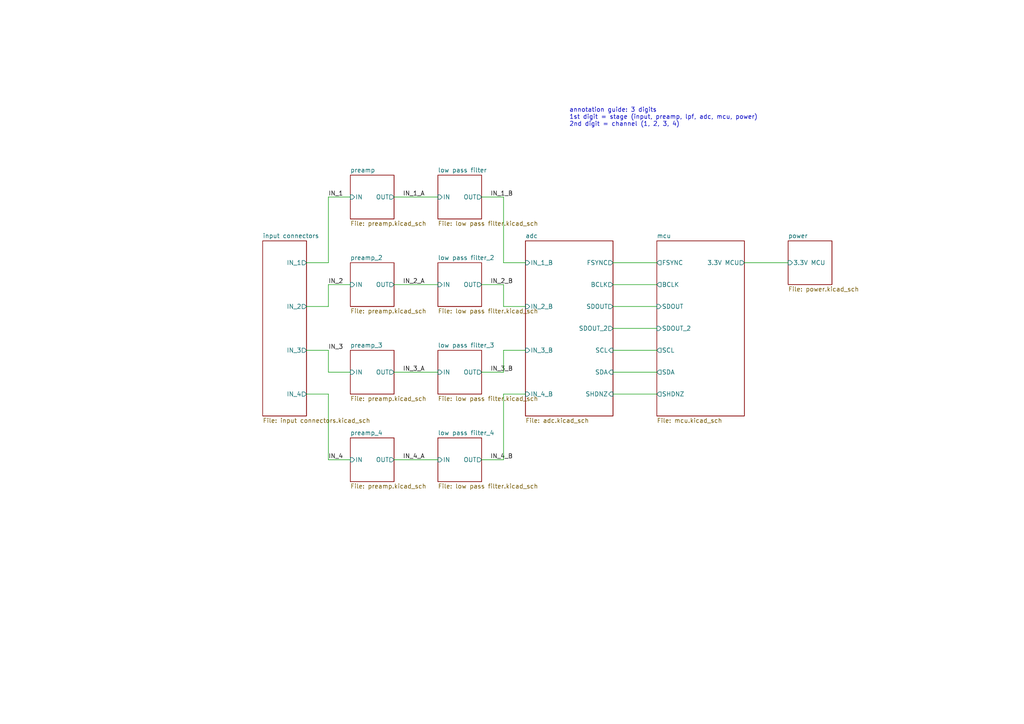
<source format=kicad_sch>
(kicad_sch (version 20230121) (generator eeschema)
  (paper "A4")
  (lib_symbols)
  (wire (pts (xy 95.25 88.9) (xy 88.9 88.9)))
  (wire (pts (xy 177.8 95.25) (xy 190.5 95.25)))
  (wire (pts (xy 114.3 133.35) (xy 127 133.35)))
  (wire (pts (xy 95.25 82.55) (xy 101.6 82.55)))
  (wire (pts (xy 146.05 82.55) (xy 146.05 88.9)))
  (wire (pts (xy 177.8 107.95) (xy 190.5 107.95)))
  (wire (pts (xy 146.05 88.9) (xy 152.4 88.9)))
  (wire (pts (xy 139.7 133.35) (xy 146.05 133.35)))
  (wire (pts (xy 177.8 82.55) (xy 190.5 82.55)))
  (wire (pts (xy 88.9 101.6) (xy 95.25 101.6)))
  (wire (pts (xy 146.05 107.95) (xy 146.05 101.6)))
  (wire (pts (xy 146.05 57.15) (xy 139.7 57.15)))
  (wire (pts (xy 95.25 107.95) (xy 101.6 107.95)))
  (wire (pts (xy 146.05 133.35) (xy 146.05 114.3)))
  (wire (pts (xy 177.8 114.3) (xy 190.5 114.3)))
  (wire (pts (xy 95.25 114.3) (xy 95.25 133.35)))
  (wire (pts (xy 95.25 133.35) (xy 101.6 133.35)))
  (wire (pts (xy 88.9 114.3) (xy 95.25 114.3)))
  (wire (pts (xy 146.05 76.2) (xy 146.05 57.15)))
  (wire (pts (xy 95.25 57.15) (xy 95.25 76.2)))
  (wire (pts (xy 139.7 107.95) (xy 146.05 107.95)))
  (wire (pts (xy 95.25 57.15) (xy 101.6 57.15)))
  (wire (pts (xy 95.25 101.6) (xy 95.25 107.95)))
  (wire (pts (xy 114.3 57.15) (xy 127 57.15)))
  (wire (pts (xy 146.05 101.6) (xy 152.4 101.6)))
  (wire (pts (xy 114.3 82.55) (xy 127 82.55)))
  (wire (pts (xy 139.7 82.55) (xy 146.05 82.55)))
  (wire (pts (xy 177.8 76.2) (xy 190.5 76.2)))
  (wire (pts (xy 95.25 82.55) (xy 95.25 88.9)))
  (wire (pts (xy 146.05 76.2) (xy 152.4 76.2)))
  (wire (pts (xy 177.8 88.9) (xy 190.5 88.9)))
  (wire (pts (xy 215.9 76.2) (xy 228.6 76.2)))
  (wire (pts (xy 114.3 107.95) (xy 127 107.95)))
  (wire (pts (xy 177.8 101.6) (xy 190.5 101.6)))
  (wire (pts (xy 95.25 76.2) (xy 88.9 76.2)))
  (wire (pts (xy 146.05 114.3) (xy 152.4 114.3)))
  (text "annotation guide: 3 digits\n1st digit = stage (input, preamp, lpf, adc, mcu, power)\n2nd digit = channel (1, 2, 3, 4)" (at 165.1 36.83 0) (effects (font (size 1.27 1.27)) (justify left bottom)))
  (label "IN_3" (at 95.25 101.6 0))
  (label "IN_2" (at 95.25 82.55 0))
  (label "IN_2_B" (at 142.24 82.55 0))
  (label "IN_4" (at 95.25 133.35 0))
  (label "IN_1" (at 95.25 57.15 0))
  (label "IN_4_A" (at 116.84 133.35 0))
  (label "IN_3_B" (at 142.24 107.95 0))
  (label "IN_1_B" (at 142.24 57.15 0))
  (label "IN_1_A" (at 116.84 57.15 0))
  (label "IN_2_A" (at 116.84 82.55 0))
  (label "IN_4_B" (at 142.2146 133.35 0))
  (label "IN_3_A" (at 116.84 107.95 0))
  (sheet (at 127 127) (size 12.7 12.7) (stroke (width 0.1524))
    (property "Sheetname" "low pass filter_4" (at 127 126.2884 0) (effects (justify left bottom)))
    (property "Sheetfile" "low pass filter.kicad_sch" (at 127 140.2846 0) (effects (justify left top)))
    (pin "IN" input (at 127 133.35 180))
    (pin "OUT" output (at 139.7 133.35 0))
  )
  (sheet (at 190.5 69.85) (size 25.4 50.8) (stroke (width 0.1524))
    (property "Sheetname" "mcu" (at 190.5 69.1384 0) (effects (justify left bottom)))
    (property "Sheetfile" "mcu.kicad_sch" (at 190.5 121.2346 0) (effects (justify left top)))
    (pin "SDOUT_2" input (at 190.5 95.25 180))
    (pin "SDA" output (at 190.5 107.95 180))
    (pin "SHDNZ" output (at 190.5 114.3 180))
    (pin "SCL" output (at 190.5 101.6 180))
    (pin "SDOUT" input (at 190.5 88.9 180))
    (pin "FSYNC" output (at 190.5 76.2 180))
    (pin "BCLK" output (at 190.5 82.55 180))
    (pin "3.3V MCU" output (at 215.9 76.2 0))
  )
  (sheet (at 76.2 69.85) (size 12.7 50.8) (stroke (width 0.1524))
    (property "Sheetname" "input connectors" (at 76.2 69.1384 0) (effects (justify left bottom)))
    (property "Sheetfile" "input connectors.kicad_sch" (at 76.2 121.2346 0) (effects (justify left top)))
    (pin "IN_2" output (at 88.9 88.9 0))
    (pin "IN_3" output (at 88.9 101.6 0))
    (pin "IN_1" output (at 88.9 76.2 0))
    (pin "IN_4" output (at 88.9 114.3 0))
  )
  (sheet (at 101.6 127) (size 12.7 12.7) (stroke (width 0.1524))
    (property "Sheetname" "preamp_4" (at 101.6 126.2884 0) (effects (justify left bottom)))
    (property "Sheetfile" "preamp.kicad_sch" (at 101.6 140.2846 0) (effects (justify left top)))
    (pin "IN" input (at 101.6 133.35 180))
    (pin "OUT" output (at 114.3 133.35 0))
  )
  (sheet (at 127 76.2) (size 12.7 12.7) (stroke (width 0.1524))
    (property "Sheetname" "low pass filter_2" (at 127 75.4884 0) (effects (justify left bottom)))
    (property "Sheetfile" "low pass filter.kicad_sch" (at 127 89.4846 0) (effects (justify left top)))
    (pin "IN" input (at 127 82.55 180))
    (pin "OUT" output (at 139.7 82.55 0))
  )
  (sheet (at 127 101.6) (size 12.7 12.7) (stroke (width 0.1524))
    (property "Sheetname" "low pass filter_3" (at 127 100.8884 0) (effects (justify left bottom)))
    (property "Sheetfile" "low pass filter.kicad_sch" (at 127 114.8846 0) (effects (justify left top)))
    (pin "IN" input (at 127 107.95 180))
    (pin "OUT" output (at 139.7 107.95 0))
  )
  (sheet (at 127 50.8) (size 12.7 12.7) (stroke (width 0.1524))
    (property "Sheetname" "low pass filter" (at 127 50.0884 0) (effects (justify left bottom)))
    (property "Sheetfile" "low pass filter.kicad_sch" (at 127 64.0846 0) (effects (justify left top)))
    (pin "IN" input (at 127 57.15 180))
    (pin "OUT" output (at 139.7 57.15 0))
  )
  (sheet (at 152.4 69.85) (size 25.4 50.8) (stroke (width 0.1524))
    (property "Sheetname" "adc" (at 152.4 69.1384 0) (effects (justify left bottom)))
    (property "Sheetfile" "adc.kicad_sch" (at 152.4 121.2346 0) (effects (justify left top)))
    (pin "BCLK" output (at 177.8 82.55 0))
    (pin "SCL" input (at 177.8 101.6 0))
    (pin "SDA" input (at 177.8 107.95 0))
    (pin "SDOUT" output (at 177.8 88.9 0))
    (pin "FSYNC" output (at 177.8 76.2 0))
    (pin "IN_4_B" input (at 152.4 114.3 180))
    (pin "IN_3_B" input (at 152.4 101.6 180))
    (pin "IN_2_B" input (at 152.4 88.9 180))
    (pin "IN_1_B" input (at 152.4 76.2 180))
    (pin "SHDNZ" input (at 177.8 114.3 0))
    (pin "SDOUT_2" output (at 177.8 95.25 0))
  )
  (sheet (at 228.6 69.85) (size 12.7 12.7) (stroke (width 0.1524))
    (property "Sheetname" "power" (at 228.6 69.1384 0) (effects (justify left bottom)))
    (property "Sheetfile" "power.kicad_sch" (at 228.6 83.1346 0) (effects (justify left top)))
    (pin "3.3V MCU" input (at 228.6 76.2 180))
  )
  (sheet (at 101.6 101.6) (size 12.7 12.7) (stroke (width 0.1524))
    (property "Sheetname" "preamp_3" (at 101.6 100.8884 0) (effects (justify left bottom)))
    (property "Sheetfile" "preamp.kicad_sch" (at 101.6 114.8846 0) (effects (justify left top)))
    (pin "IN" input (at 101.6 107.95 180))
    (pin "OUT" output (at 114.3 107.95 0))
  )
  (sheet (at 101.6 50.8) (size 12.7 12.7) (stroke (width 0.1524))
    (property "Sheetname" "preamp" (at 101.6 50.0884 0) (effects (justify left bottom)))
    (property "Sheetfile" "preamp.kicad_sch" (at 101.6 64.0846 0) (effects (justify left top)))
    (pin "IN" input (at 101.6 57.15 180))
    (pin "OUT" output (at 114.3 57.15 0))
  )
  (sheet (at 101.6 76.2) (size 12.7 12.7) (stroke (width 0.1524))
    (property "Sheetname" "preamp_2" (at 101.6 75.4884 0) (effects (justify left bottom)))
    (property "Sheetfile" "preamp.kicad_sch" (at 101.6 89.4846 0) (effects (justify left top)))
    (pin "IN" input (at 101.6 82.55 180))
    (pin "OUT" output (at 114.3 82.55 0))
  )
)
</source>
